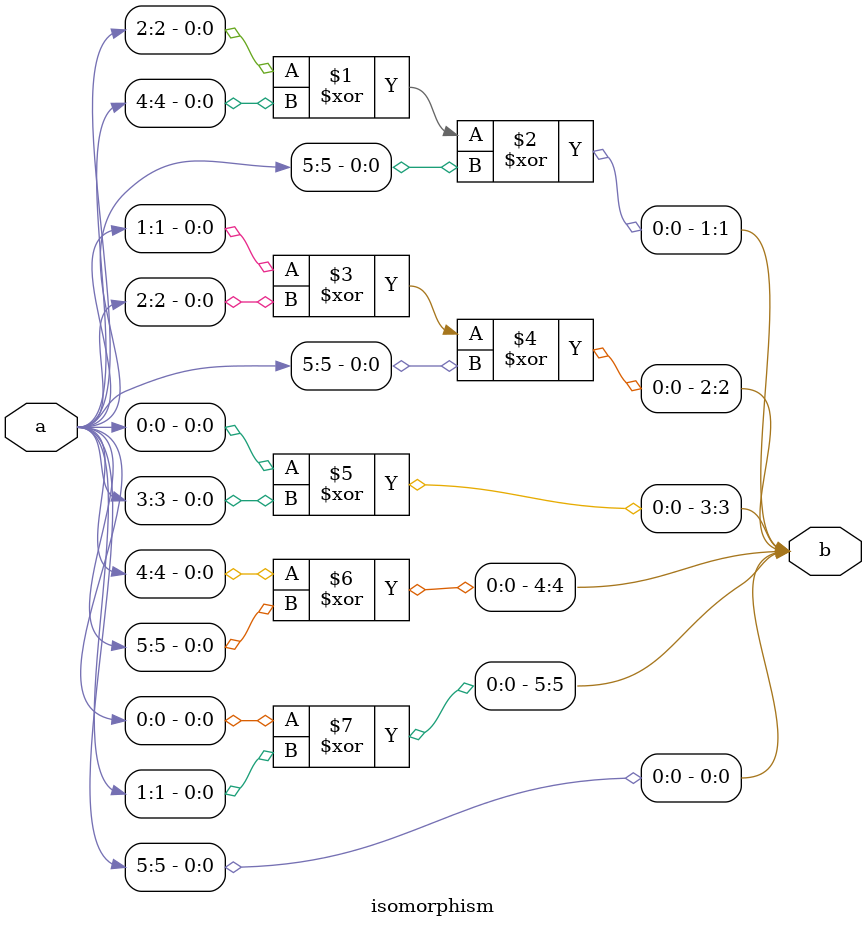
<source format=v>
`timescale 1ns/100ps
module SMSS23_40_nn_7_2(x,y);
	 input [5:0] x;
	 output [5:0] y;
	 wire [5:0] w;
	 wire [5:0] p;
	 isomorphism C2 (x,w);
	 power_40 C3 (w,p);
	 inv_isomorphism C4 (p,y);
endmodule

module square_base(a,b);
	 input [1:0] a;
	 output [1:0] b;
	 assign b[0]=a[1];
	 assign b[1]=a[0];
endmodule

module add_base(a,b,c);
	 input [1:0] a;
	 input [1:0] b;
	 output [1:0] c;
	 assign c[0]=a[0]^b[0];
	 assign c[1]=a[1]^b[1];
endmodule

module multiplication_base(a,b,c);
	 input [1:0] a;
	 input [1:0] b;
	 output [1:0] c;
	 wire t;
	 assign t=(a[0]&b[1])^(a[1]&b[0]);
	 assign c[0]=(a[1]&b[1])^t;
	 assign c[1]=(a[0]&b[0])^t;
endmodule
module power_40(a,b);
	 input [5:0] a;
	 output [5:0] b;
	 wire [1:0] x_0;
	 wire [1:0] x_1;
	 wire [1:0] x_2;
	 wire [1:0] y_0;
	 wire [1:0] y_1;
	 wire [1:0] y_2;
	 wire [1:0] y_3;
	 wire [1:0] y_4;
	 wire [1:0] y_5;
	 wire [1:0] z_00;
	 wire [1:0] z_01;
	 wire [1:0] z_10;
	 wire [1:0] z_11;
	 wire [1:0] z_20;
	 wire [1:0] z_21;
	 assign x_0[0]=a[0];
	 assign x_0[1]=a[1];
	 assign x_1[0]=a[2];
	 assign x_1[1]=a[3];
	 assign x_2[0]=a[4];
	 assign x_2[1]=a[5];
	 square_base  A1 (x_0,y_0);
	 square_base A2 (x_1,y_1);
	 square_base A3 (x_2,y_2);
	 multiplication_base A4 (y_0,y_1,y_3);
	 multiplication_base A5 (y_0,y_2,y_4);
	 multiplication_base A6 (y_1,y_2,y_5);
	 add_base B00 (x_0,x_2,z_00);
	 add_base B01 (y_3,z_00,z_01);
	 add_base B10 (x_0,x_1,z_10);
	 add_base B11 (y_5,z_10,z_11);
	 add_base B20 (x_1,x_2,z_20);
	 add_base B21 (y_4,z_20,z_21);
	 assign b[0]=z_21[0];
	 assign b[1]=z_21[1];
	 assign b[2]=z_01[0];
	 assign b[3]=z_01[1];
	 assign b[4]=z_11[0];
	 assign b[5]=z_11[1];
endmodule

module inv_isomorphism(a,b);
	 input [5:0] a;
	 output [5:0] b;
	 assign b[0]=a[3];
	 assign b[1]=a[1]^a[4];
	 assign b[2]=a[1]^a[3]^a[4]^a[5];
	 assign b[3]=a[0]^a[1]^a[3];
	 assign b[4]=a[1];
	 assign b[5]=a[2]^a[3]^a[5];
endmodule

module isomorphism(a,b);
	 input [5:0] a;
	 output [5:0] b;
	 assign b[0]=a[5];
	 assign b[1]=a[2]^a[4]^a[5];
	 assign b[2]=a[1]^a[2]^a[5];
	 assign b[3]=a[0]^a[3];
	 assign b[4]=a[4]^a[5];
	 assign b[5]=a[0]^a[1];
endmodule


</source>
